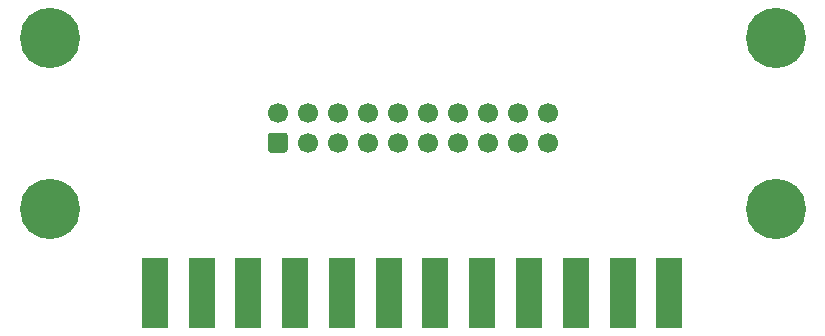
<source format=gts>
%TF.GenerationSoftware,KiCad,Pcbnew,(5.1.8)-1*%
%TF.CreationDate,2021-04-08T16:26:30+02:00*%
%TF.ProjectId,C64 SpeedDOS Adapter,43363420-5370-4656-9564-444f53204164,rev?*%
%TF.SameCoordinates,Original*%
%TF.FileFunction,Soldermask,Top*%
%TF.FilePolarity,Negative*%
%FSLAX46Y46*%
G04 Gerber Fmt 4.6, Leading zero omitted, Abs format (unit mm)*
G04 Created by KiCad (PCBNEW (5.1.8)-1) date 2021-04-08 16:26:30*
%MOMM*%
%LPD*%
G01*
G04 APERTURE LIST*
%ADD10R,2.200000X6.000000*%
%ADD11C,1.700000*%
%ADD12C,5.100000*%
G04 APERTURE END LIST*
D10*
%TO.C,J1*%
X129795000Y-105410000D03*
X133755000Y-105410000D03*
X137715000Y-105410000D03*
X141675000Y-105410000D03*
X145635000Y-105410000D03*
X149595000Y-105410000D03*
X153555000Y-105410000D03*
X157515000Y-105410000D03*
X161475000Y-105410000D03*
X165435000Y-105410000D03*
X169395000Y-105410000D03*
X173355000Y-105410000D03*
%TD*%
D11*
%TO.C,J2*%
X140208000Y-90170000D03*
X142748000Y-90170000D03*
X145288000Y-90170000D03*
X147828000Y-90170000D03*
X150368000Y-90170000D03*
X152908000Y-90170000D03*
X155448000Y-90170000D03*
X157988000Y-90170000D03*
X160528000Y-90170000D03*
X163068000Y-92710000D03*
X157988000Y-92710000D03*
X152908000Y-92710000D03*
X147828000Y-92710000D03*
X142748000Y-92710000D03*
X163068000Y-90170000D03*
X160528000Y-92710000D03*
X155448000Y-92710000D03*
X150368000Y-92710000D03*
X145288000Y-92710000D03*
G36*
G01*
X140808000Y-93560000D02*
X139608000Y-93560000D01*
G75*
G02*
X139358000Y-93310000I0J250000D01*
G01*
X139358000Y-92110000D01*
G75*
G02*
X139608000Y-91860000I250000J0D01*
G01*
X140808000Y-91860000D01*
G75*
G02*
X141058000Y-92110000I0J-250000D01*
G01*
X141058000Y-93310000D01*
G75*
G02*
X140808000Y-93560000I-250000J0D01*
G01*
G37*
%TD*%
D12*
%TO.C,M1*%
X120904000Y-98298000D03*
%TD*%
%TO.C,M2*%
X182372000Y-98298000D03*
%TD*%
%TO.C,M3*%
X182372000Y-83820000D03*
%TD*%
%TO.C,M4*%
X120904000Y-83820000D03*
%TD*%
M02*

</source>
